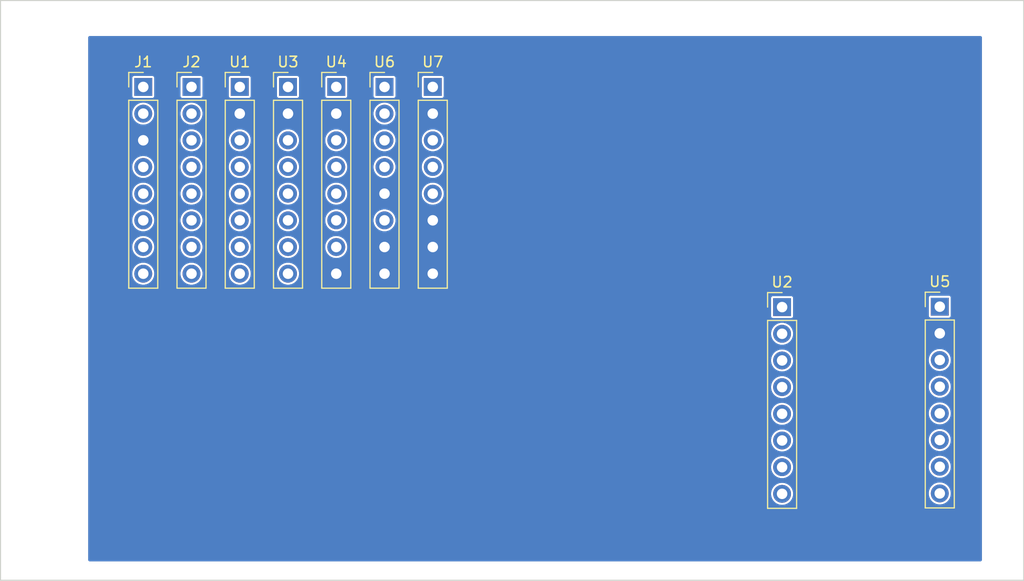
<source format=kicad_pcb>
(kicad_pcb (version 20241229) (generator "pcbnew") (generator_version "9.0")
  (layers (0 "F.Cu" signal) (2 "B.Cu" signal) (13 "F.Paste" user) (15 "B.Paste" user) (5 "F.SilkS" user "F.Silkscreen") (7 "B.SilkS" user "B.Silkscreen") (1 "F.Mask" user) (3 "B.Mask" user) (25 "Edge.Cuts" user))
  (net 0 "")
  (net 1 "+5V_SYS")
  (net 2 "+3V3_IO")
  (net 3 "GND")
  (net 4 "GPS_RX")
  (net 5 "I2C_SCL")
  (net 6 "I2C_SDA")
  (net 7 "SPI_SCK")
  (net 8 "SPI_MOSI")
  (net 9 "SPI_MISO")
  (net 10 "GPS_TX")
  (net 11 "FZ_GPIO1")
  (net 12 "FZ_GPIO2")
  (net 13 "FZ_GPIO3")
  (net 14 "FZ_GPIO4")
  (net 15 "FZ_GPIO5")
  (net 16 "EN")
  (net 17 "NRF24_IRQ")
  (net 18 "KBD_RST")
  (net 19 "KBD_INT")
  (net 20 "+3V3_RF")
  (net 21 "LORA_BUSY")
  (net 22 "LORA_DIO1")
  (net 23 "LORA_CS")
  (net 24 "CC1101_CS")
  (net 25 "CC1101_GDO0")
  (net 26 "NRF24_CS")
  (net 27 "NRF24_CE")
  (net 28 "+3V3_KBD")
  (net 29 "GPS_PPS")
  (footprint "Connector_PinHeader_2.54mm:PinHeader_1x08_P2.54mm_Vertical" (layer "F.Cu") (at 111 90.8)
    (property "Reference" "U2" (at 0 -2.38 0) (layer "F.SilkS"))
    (property "Value" "DRV2605LDGS")
    (fp_line (start -1.38 -1.38) (end 0 -1.38) (stroke (width 0.12)) (layer "F.SilkS"))
    (fp_line (start -1.38 0) (end -1.38 -1.38) (stroke (width 0.12)) (layer "F.SilkS"))
    (fp_line (start -1.38 1.27) (end -1.38 19.16) (stroke (width 0.12)) (layer "F.SilkS"))
    (fp_line (start -1.38 1.27) (end 1.38 1.27) (stroke (width 0.12)) (layer "F.SilkS"))
    (fp_line (start -1.38 19.16) (end 1.38 19.16) (stroke (width 0.12)) (layer "F.SilkS"))
    (fp_line (start 1.38 1.27) (end 1.38 19.16) (stroke (width 0.12)) (layer "F.SilkS"))
    (pad "1" thru_hole rect (at 0 0) (size 1.7 1.7) (drill 1) (layers "*.Cu" "*.Mask") (net 17 "NRF24_IRQ"))
    (pad "2" thru_hole circle (at 0 2.54) (size 1.7 1.7) (drill 1) (layers "*.Cu" "*.Mask") (net 18 "KBD_RST"))
    (pad "3" thru_hole circle (at 0 5.08) (size 1.7 1.7) (drill 1) (layers "*.Cu" "*.Mask") (net 19 "KBD_INT"))
    (pad "4" thru_hole circle (at 0 7.62) (size 1.7 1.7) (drill 1) (layers "*.Cu" "*.Mask") (net 11 "FZ_GPIO1"))
    (pad "5" thru_hole circle (at 0 10.16) (size 1.7 1.7) (drill 1) (layers "*.Cu" "*.Mask") (net 12 "FZ_GPIO2"))
    (pad "6" thru_hole circle (at 0 12.7) (size 1.7 1.7) (drill 1) (layers "*.Cu" "*.Mask") (net 13 "FZ_GPIO3"))
    (pad "7" thru_hole circle (at 0 15.24) (size 1.7 1.7) (drill 1) (layers "*.Cu" "*.Mask") (net 14 "FZ_GPIO4"))
    (pad "8" thru_hole circle (at 0 17.78) (size 1.7 1.7) (drill 1) (layers "*.Cu" "*.Mask") (net 15 "FZ_GPIO5"))
  )
  (footprint "Connector_PinHeader_2.54mm:PinHeader_1x08_P2.54mm_Vertical" (layer "F.Cu") (at 59.41 69.84)
    (property "Reference" "U1" (at 0 -2.38 0) (layer "F.SilkS"))
    (property "Value" "Conn_01x05")
    (fp_line (start -1.38 -1.38) (end 0 -1.38) (stroke (width 0.12)) (layer "F.SilkS"))
    (fp_line (start -1.38 0) (end -1.38 -1.38) (stroke (width 0.12)) (layer "F.SilkS"))
    (fp_line (start -1.38 1.27) (end -1.38 19.16) (stroke (width 0.12)) (layer "F.SilkS"))
    (fp_line (start -1.38 1.27) (end 1.38 1.27) (stroke (width 0.12)) (layer "F.SilkS"))
    (fp_line (start -1.38 19.16) (end 1.38 19.16) (stroke (width 0.12)) (layer "F.SilkS"))
    (fp_line (start 1.38 1.27) (end 1.38 19.16) (stroke (width 0.12)) (layer "F.SilkS"))
    (pad "1" thru_hole rect (at 0 0) (size 1.7 1.7) (drill 1) (layers "*.Cu" "*.Mask") (net 1 "+5V_SYS"))
    (pad "2" thru_hole circle (at 0 2.54) (size 1.7 1.7) (drill 1) (layers "*.Cu" "*.Mask") (net 3 "GND"))
    (pad "3" thru_hole circle (at 0 5.08) (size 1.7 1.7) (drill 1) (layers "*.Cu" "*.Mask") (net 16 "EN"))
    (pad "4" thru_hole circle (at 0 7.62) (size 1.7 1.7) (drill 1) (layers "*.Cu" "*.Mask") (net 7 "SPI_SCK"))
    (pad "5" thru_hole circle (at 0 10.16) (size 1.7 1.7) (drill 1) (layers "*.Cu" "*.Mask") (net 8 "SPI_MOSI"))
    (pad "6" thru_hole circle (at 0 12.7) (size 1.7 1.7) (drill 1) (layers "*.Cu" "*.Mask"))
    (pad "7" thru_hole circle (at 0 15.24) (size 1.7 1.7) (drill 1) (layers "*.Cu" "*.Mask"))
    (pad "8" thru_hole circle (at 0 17.78) (size 1.7 1.7) (drill 1) (layers "*.Cu" "*.Mask"))
  )
  (footprint "Connector_PinHeader_2.54mm:PinHeader_1x08_P2.54mm_Vertical" (layer "F.Cu") (at 77.77 69.84)
    (property "Reference" "U7" (at 0 -2.38 0) (layer "F.SilkS"))
    (property "Value" "Conn_01x08_Shielded")
    (fp_line (start -1.38 -1.38) (end 0 -1.38) (stroke (width 0.12)) (layer "F.SilkS"))
    (fp_line (start -1.38 0) (end -1.38 -1.38) (stroke (width 0.12)) (layer "F.SilkS"))
    (fp_line (start -1.38 1.27) (end -1.38 19.16) (stroke (width 0.12)) (layer "F.SilkS"))
    (fp_line (start -1.38 1.27) (end 1.38 1.27) (stroke (width 0.12)) (layer "F.SilkS"))
    (fp_line (start -1.38 19.16) (end 1.38 19.16) (stroke (width 0.12)) (layer "F.SilkS"))
    (fp_line (start 1.38 1.27) (end 1.38 19.16) (stroke (width 0.12)) (layer "F.SilkS"))
    (pad "1" thru_hole rect (at 0 0) (size 1.7 1.7) (drill 1) (layers "*.Cu" "*.Mask") (net 2 "+3V3_IO"))
    (pad "2" thru_hole circle (at 0 2.54) (size 1.7 1.7) (drill 1) (layers "*.Cu" "*.Mask") (net 3 "GND"))
    (pad "3" thru_hole circle (at 0 5.08) (size 1.7 1.7) (drill 1) (layers "*.Cu" "*.Mask") (net 4 "GPS_RX"))
    (pad "4" thru_hole circle (at 0 7.62) (size 1.7 1.7) (drill 1) (layers "*.Cu" "*.Mask") (net 10 "GPS_TX"))
    (pad "5" thru_hole circle (at 0 10.16) (size 1.7 1.7) (drill 1) (layers "*.Cu" "*.Mask") (net 29 "GPS_PPS"))
    (pad "6" thru_hole circle (at 0 12.7) (size 1.7 1.7) (drill 1) (layers "*.Cu" "*.Mask") (net 3 "GND"))
    (pad "7" thru_hole circle (at 0 15.24) (size 1.7 1.7) (drill 1) (layers "*.Cu" "*.Mask") (net 3 "GND"))
    (pad "8" thru_hole circle (at 0 17.78) (size 1.7 1.7) (drill 1) (layers "*.Cu" "*.Mask") (net 3 "GND"))
  )
  (footprint "Connector_PinHeader_2.54mm:PinHeader_1x08_P2.54mm_Vertical" (layer "F.Cu") (at 64 69.84)
    (property "Reference" "U3" (at 0 -2.38 0) (layer "F.SilkS"))
    (property "Value" "PAL24")
    (fp_line (start -1.38 -1.38) (end 0 -1.38) (stroke (width 0.12)) (layer "F.SilkS"))
    (fp_line (start -1.38 0) (end -1.38 -1.38) (stroke (width 0.12)) (layer "F.SilkS"))
    (fp_line (start -1.38 1.27) (end -1.38 19.16) (stroke (width 0.12)) (layer "F.SilkS"))
    (fp_line (start -1.38 1.27) (end 1.38 1.27) (stroke (width 0.12)) (layer "F.SilkS"))
    (fp_line (start -1.38 19.16) (end 1.38 19.16) (stroke (width 0.12)) (layer "F.SilkS"))
    (fp_line (start 1.38 1.27) (end 1.38 19.16) (stroke (width 0.12)) (layer "F.SilkS"))
    (pad "1" thru_hole rect (at 0 0) (size 1.7 1.7) (drill 1) (layers "*.Cu" "*.Mask") (net 20 "+3V3_RF"))
    (pad "2" thru_hole circle (at 0 2.54) (size 1.7 1.7) (drill 1) (layers "*.Cu" "*.Mask") (net 3 "GND"))
    (pad "3" thru_hole circle (at 0 5.08) (size 1.7 1.7) (drill 1) (layers "*.Cu" "*.Mask") (net 16 "EN"))
    (pad "4" thru_hole circle (at 0 7.62) (size 1.7 1.7) (drill 1) (layers "*.Cu" "*.Mask") (net 21 "LORA_BUSY"))
    (pad "5" thru_hole circle (at 0 10.16) (size 1.7 1.7) (drill 1) (layers "*.Cu" "*.Mask") (net 22 "LORA_DIO1"))
    (pad "6" thru_hole circle (at 0 12.7) (size 1.7 1.7) (drill 1) (layers "*.Cu" "*.Mask") (net 23 "LORA_CS"))
    (pad "7" thru_hole circle (at 0 15.24) (size 1.7 1.7) (drill 1) (layers "*.Cu" "*.Mask") (net 7 "SPI_SCK"))
    (pad "8" thru_hole circle (at 0 17.78) (size 1.7 1.7) (drill 1) (layers "*.Cu" "*.Mask") (net 8 "SPI_MOSI"))
  )
  (footprint "Connector_PinHeader_2.54mm:PinHeader_1x08_P2.54mm_Vertical" (layer "F.Cu") (at 73.18 69.84)
    (property "Reference" "U6" (at 0 -2.38 0) (layer "F.SilkS"))
    (property "Value" "Conn_02x04_Odd_Even_Shielded")
    (fp_line (start -1.38 -1.38) (end 0 -1.38) (stroke (width 0.12)) (layer "F.SilkS"))
    (fp_line (start -1.38 0) (end -1.38 -1.38) (stroke (width 0.12)) (layer "F.SilkS"))
    (fp_line (start -1.38 1.27) (end -1.38 19.16) (stroke (width 0.12)) (layer "F.SilkS"))
    (fp_line (start -1.38 1.27) (end 1.38 1.27) (stroke (width 0.12)) (layer "F.SilkS"))
    (fp_line (start -1.38 19.16) (end 1.38 19.16) (stroke (width 0.12)) (layer "F.SilkS"))
    (fp_line (start 1.38 1.27) (end 1.38 19.16) (stroke (width 0.12)) (layer "F.SilkS"))
    (pad "1" thru_hole rect (at 0 0) (size 1.7 1.7) (drill 1) (layers "*.Cu" "*.Mask") (net 19 "KBD_INT"))
    (pad "2" thru_hole circle (at 0 2.54) (size 1.7 1.7) (drill 1) (layers "*.Cu" "*.Mask") (net 5 "I2C_SCL"))
    (pad "3" thru_hole circle (at 0 5.08) (size 1.7 1.7) (drill 1) (layers "*.Cu" "*.Mask") (net 6 "I2C_SDA"))
    (pad "4" thru_hole circle (at 0 7.62) (size 1.7 1.7) (drill 1) (layers "*.Cu" "*.Mask") (net 18 "KBD_RST"))
    (pad "5" thru_hole circle (at 0 10.16) (size 1.7 1.7) (drill 1) (layers "*.Cu" "*.Mask") (net 3 "GND"))
    (pad "6" thru_hole circle (at 0 12.7) (size 1.7 1.7) (drill 1) (layers "*.Cu" "*.Mask") (net 28 "+3V3_KBD"))
    (pad "7" thru_hole circle (at 0 15.24) (size 1.7 1.7) (drill 1) (layers "*.Cu" "*.Mask") (net 3 "GND"))
    (pad "8" thru_hole circle (at 0 17.78) (size 1.7 1.7) (drill 1) (layers "*.Cu" "*.Mask") (net 3 "GND"))
  )
  (footprint "Connector_PinHeader_2.54mm:PinHeader_1x08_P2.54mm_Vertical" (layer "F.Cu") (at 50.23 69.84)
    (property "Reference" "J1" (at 0 -2.38 0) (layer "F.SilkS"))
    (property "Value" "Conn_02x09_Odd_Even")
    (fp_line (start -1.38 -1.38) (end 0 -1.38) (stroke (width 0.12)) (layer "F.SilkS"))
    (fp_line (start -1.38 0) (end -1.38 -1.38) (stroke (width 0.12)) (layer "F.SilkS"))
    (fp_line (start -1.38 1.27) (end -1.38 19.16) (stroke (width 0.12)) (layer "F.SilkS"))
    (fp_line (start -1.38 1.27) (end 1.38 1.27) (stroke (width 0.12)) (layer "F.SilkS"))
    (fp_line (start -1.38 19.16) (end 1.38 19.16) (stroke (width 0.12)) (layer "F.SilkS"))
    (fp_line (start 1.38 1.27) (end 1.38 19.16) (stroke (width 0.12)) (layer "F.SilkS"))
    (pad "1" thru_hole rect (at 0 0) (size 1.7 1.7) (drill 1) (layers "*.Cu" "*.Mask") (net 1 "+5V_SYS"))
    (pad "2" thru_hole circle (at 0 2.54) (size 1.7 1.7) (drill 1) (layers "*.Cu" "*.Mask") (net 2 "+3V3_IO"))
    (pad "3" thru_hole circle (at 0 5.08) (size 1.7 1.7) (drill 1) (layers "*.Cu" "*.Mask") (net 3 "GND"))
    (pad "4" thru_hole circle (at 0 7.62) (size 1.7 1.7) (drill 1) (layers "*.Cu" "*.Mask") (net 4 "GPS_RX"))
    (pad "5" thru_hole circle (at 0 10.16) (size 1.7 1.7) (drill 1) (layers "*.Cu" "*.Mask") (net 5 "I2C_SCL"))
    (pad "6" thru_hole circle (at 0 12.7) (size 1.7 1.7) (drill 1) (layers "*.Cu" "*.Mask") (net 6 "I2C_SDA"))
    (pad "7" thru_hole circle (at 0 15.24) (size 1.7 1.7) (drill 1) (layers "*.Cu" "*.Mask") (net 7 "SPI_SCK"))
    (pad "8" thru_hole circle (at 0 17.78) (size 1.7 1.7) (drill 1) (layers "*.Cu" "*.Mask") (net 8 "SPI_MOSI"))
  )
  (footprint "Connector_PinHeader_2.54mm:PinHeader_1x08_P2.54mm_Vertical" (layer "F.Cu") (at 54.82 69.84)
    (property "Reference" "J2" (at 0 -2.38 0) (layer "F.SilkS"))
    (property "Value" "Conn_02x18_Odd_Even")
    (fp_line (start -1.38 -1.38) (end 0 -1.38) (stroke (width 0.12)) (layer "F.SilkS"))
    (fp_line (start -1.38 0) (end -1.38 -1.38) (stroke (width 0.12)) (layer "F.SilkS"))
    (fp_line (start -1.38 1.27) (end -1.38 19.16) (stroke (width 0.12)) (layer "F.SilkS"))
    (fp_line (start -1.38 1.27) (end 1.38 1.27) (stroke (width 0.12)) (layer "F.SilkS"))
    (fp_line (start -1.38 19.16) (end 1.38 19.16) (stroke (width 0.12)) (layer "F.SilkS"))
    (fp_line (start 1.38 1.27) (end 1.38 19.16) (stroke (width 0.12)) (layer "F.SilkS"))
    (pad "1" thru_hole rect (at 0 0) (size 1.7 1.7) (drill 1) (layers "*.Cu" "*.Mask") (net 9 "SPI_MISO"))
    (pad "2" thru_hole circle (at 0 2.54) (size 1.7 1.7) (drill 1) (layers "*.Cu" "*.Mask") (net 10 "GPS_TX"))
    (pad "3" thru_hole circle (at 0 5.08) (size 1.7 1.7) (drill 1) (layers "*.Cu" "*.Mask") (net 11 "FZ_GPIO1"))
    (pad "4" thru_hole circle (at 0 7.62) (size 1.7 1.7) (drill 1) (layers "*.Cu" "*.Mask") (net 12 "FZ_GPIO2"))
    (pad "5" thru_hole circle (at 0 10.16) (size 1.7 1.7) (drill 1) (layers "*.Cu" "*.Mask") (net 13 "FZ_GPIO3"))
    (pad "6" thru_hole circle (at 0 12.7) (size 1.7 1.7) (drill 1) (layers "*.Cu" "*.Mask") (net 14 "FZ_GPIO4"))
    (pad "7" thru_hole circle (at 0 15.24) (size 1.7 1.7) (drill 1) (layers "*.Cu" "*.Mask") (net 15 "FZ_GPIO5"))
    (pad "8" thru_hole circle (at 0 17.78) (size 1.7 1.7) (drill 1) (layers "*.Cu" "*.Mask") (net 16 "EN"))
  )
  (footprint "Connector_PinHeader_2.54mm:PinHeader_1x08_P2.54mm_Vertical" (layer "F.Cu") (at 68.59 69.84)
    (property "Reference" "U4" (at 0 -2.38 0) (layer "F.SilkS"))
    (property "Value" "Q_Triac")
    (fp_line (start -1.38 -1.38) (end 0 -1.38) (stroke (width 0.12)) (layer "F.SilkS"))
    (fp_line (start -1.38 0) (end -1.38 -1.38) (stroke (width 0.12)) (layer "F.SilkS"))
    (fp_line (start -1.38 1.27) (end -1.38 19.16) (stroke (width 0.12)) (layer "F.SilkS"))
    (fp_line (start -1.38 1.27) (end 1.38 1.27) (stroke (width 0.12)) (layer "F.SilkS"))
    (fp_line (start -1.38 19.16) (end 1.38 19.16) (stroke (width 0.12)) (layer "F.SilkS"))
    (fp_line (start 1.38 1.27) (end 1.38 19.16) (stroke (width 0.12)) (layer "F.SilkS"))
    (pad "1" thru_hole rect (at 0 0) (size 1.7 1.7) (drill 1) (layers "*.Cu" "*.Mask") (net 20 "+3V3_RF"))
    (pad "2" thru_hole circle (at 0 2.54) (size 1.7 1.7) (drill 1) (layers "*.Cu" "*.Mask") (net 3 "GND"))
    (pad "3" thru_hole circle (at 0 5.08) (size 1.7 1.7) (drill 1) (layers "*.Cu" "*.Mask") (net 24 "CC1101_CS"))
    (pad "4" thru_hole circle (at 0 7.62) (size 1.7 1.7) (drill 1) (layers "*.Cu" "*.Mask") (net 7 "SPI_SCK"))
    (pad "5" thru_hole circle (at 0 10.16) (size 1.7 1.7) (drill 1) (layers "*.Cu" "*.Mask") (net 8 "SPI_MOSI"))
    (pad "6" thru_hole circle (at 0 12.7) (size 1.7 1.7) (drill 1) (layers "*.Cu" "*.Mask") (net 9 "SPI_MISO"))
    (pad "7" thru_hole circle (at 0 15.24) (size 1.7 1.7) (drill 1) (layers "*.Cu" "*.Mask") (net 25 "CC1101_GDO0"))
    (pad "8" thru_hole circle (at 0 17.78) (size 1.7 1.7) (drill 1) (layers "*.Cu" "*.Mask") (net 3 "GND"))
  )
  (footprint "Connector_PinHeader_2.54mm:PinHeader_1x08_P2.54mm_Vertical" (layer "F.Cu") (at 126 90.76)
    (property "Reference" "U5" (at 0 -2.38 0) (layer "F.SilkS"))
    (property "Value" "SX1276")
    (fp_line (start -1.38 -1.38) (end 0 -1.38) (stroke (width 0.12)) (layer "F.SilkS"))
    (fp_line (start -1.38 0) (end -1.38 -1.38) (stroke (width 0.12)) (layer "F.SilkS"))
    (fp_line (start -1.38 1.27) (end -1.38 19.16) (stroke (width 0.12)) (layer "F.SilkS"))
    (fp_line (start -1.38 1.27) (end 1.38 1.27) (stroke (width 0.12)) (layer "F.SilkS"))
    (fp_line (start -1.38 19.16) (end 1.38 19.16) (stroke (width 0.12)) (layer "F.SilkS"))
    (fp_line (start 1.38 1.27) (end 1.38 19.16) (stroke (width 0.12)) (layer "F.SilkS"))
    (pad "1" thru_hole rect (at 0 0) (size 1.7 1.7) (drill 1) (layers "*.Cu" "*.Mask") (net 20 "+3V3_RF"))
    (pad "2" thru_hole circle (at 0 2.54) (size 1.7 1.7) (drill 1) (layers "*.Cu" "*.Mask") (net 3 "GND"))
    (pad "3" thru_hole circle (at 0 5.08) (size 1.7 1.7) (drill 1) (layers "*.Cu" "*.Mask") (net 7 "SPI_SCK"))
    (pad "4" thru_hole circle (at 0 7.62) (size 1.7 1.7) (drill 1) (layers "*.Cu" "*.Mask") (net 8 "SPI_MOSI"))
    (pad "5" thru_hole circle (at 0 10.16) (size 1.7 1.7) (drill 1) (layers "*.Cu" "*.Mask") (net 9 "SPI_MISO"))
    (pad "6" thru_hole circle (at 0 12.7) (size 1.7 1.7) (drill 1) (layers "*.Cu" "*.Mask") (net 26 "NRF24_CS"))
    (pad "7" thru_hole circle (at 0 15.24) (size 1.7 1.7) (drill 1) (layers "*.Cu" "*.Mask") (net 27 "NRF24_CE"))
    (pad "8" thru_hole circle (at 0 17.78) (size 1.7 1.7) (drill 1) (layers "*.Cu" "*.Mask") (net 17 "NRF24_IRQ"))
  )
  (gr_line (start 133.982143 116.80825) (end 36.652618 116.80825) (stroke (width 0.1)) (layer "Edge.Cuts"))
  (gr_line (start 36.652618 116.80825) (end 36.652618 61.61175) (stroke (width 0.1)) (layer "Edge.Cuts"))
  (gr_line (start 133.982143 61.61175) (end 133.982143 116.80825) (stroke (width 0.1)) (layer "Edge.Cuts"))
  (gr_line (start 36.652618 61.61175) (end 133.982143 61.61175) (stroke (width 0.1)) (layer "Edge.Cuts"))
  (zone (net 3) (net_name "GND") (layer "B.Cu") (connect_pads yes (clearance 0.2)) (min_thickness 0.25) (fill yes (thermal_gap 0.2) (thermal_bridge_width 0.3))
    (polygon (pts (xy 45 65) (xy 130 65) (xy 130 115) (xy 45 115)))
  )
  (zone (net 3) (net_name "GND") (layer "B.Cu") (connect_pads yes (clearance 0.2)) (min_thickness 0.25) (fill yes (thermal_gap 0.2) (thermal_bridge_width 0.3))
    (polygon (pts (xy 45 65) (xy 130 65) (xy 130 115) (xy 45 115)))
  )
)
</source>
